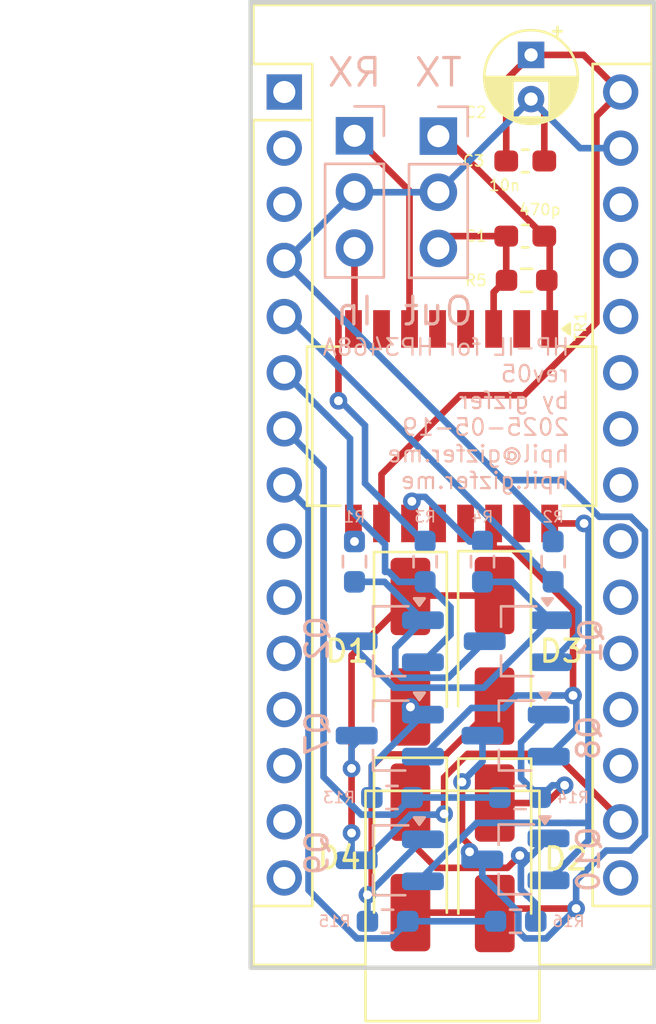
<source format=kicad_pcb>
(kicad_pcb (version 20241229) (generator "pcbnew") (generator_version "9.0")
  (title_block (title "HP-IL for HP3468A") (date "2025-05-19") (rev "05") (company "gizfer") (comment 1 "hpil@gizfer.me") (comment 2 "hpil.gizfer.me"))
  (layers (0 "F.Cu" signal) (2 "B.Cu" signal) (13 "F.Paste" user) (15 "B.Paste" user) (5 "F.SilkS" user "F.Silkscreen") (7 "B.SilkS" user "B.Silkscreen") (1 "F.Mask" user) (3 "B.Mask" user) (25 "Edge.Cuts" user))
  (net 0 "")
  (net 1 "VCC")
  (net 3 "GND")
  (net 6 "Net-(A1-D2)")
  (net 7 "Net-(A1-D3)")
  (net 27 "Net-(Q1-B)")
  (net 31 "Net-(J1-Pin_1)")
  (net 32 "Net-(J1-Pin_3)")
  (net 33 "Net-(J2-Pin_1)")
  (net 34 "Net-(J2-Pin_3)")
  (net 35 "Net-(Q1-C)")
  (net 36 "Net-(TR1-RX+)")
  (net 37 "Net-(TR1-RX-)")
  (net 38 "/H_bridge/PIN_1")
  (net 39 "/H_bridge/PIN_0")
  (net 40 "/H_bridge/OUT_1")
  (net 41 "/H_bridge/OUT_0")
  (net 42 "atmega328P_3V3")
  (net 43 "Net-(D1-A)")
  (net 44 "Net-(D2-K)")
  (net 45 "Net-(D3-A)")
  (net 46 "Net-(D4-K)")
  (footprint "Capacitor_THT:CP_Radial_D4.0mm_P2.00mm" (layer "F.Cu") (at 44.2 28.8 -90)
    (property "Reference" "C2" (at 2.6 2.5 0) (layer "F.SilkS") (effects (font (size 0.5 0.5) (thickness 0.075))))
    (property "Value" "10uF")
    (pad "1" thru_hole rect (at 0 0 270) (size 1.2 1.2) (drill 0.6) (layers "*.Cu" "*.Mask") (net 1 "VCC"))
    (pad "2" thru_hole circle (at 2 0 270) (size 1.2 1.2) (drill 0.6) (layers "*.Cu" "*.Mask") (net 3 "GND"))
  )
  (footprint "Diode_SMD:D_SMA_Handsoldering" (layer "F.Cu") (at 38.735 55.8038 -90)
    (property "Reference" "D1" (at -0.0254 2.8702 180) (layer "F.SilkS"))
    (property "Value" "SS14 (5819)")
    (pad "1" smd roundrect (at -2.5 0 270) (size 3.5 1.8) (layers "F.Cu" "F.Mask" "F.Paste") (roundrect_rratio 0.1388888889) (net 42 "atmega328P_3V3"))
    (pad "2" smd roundrect (at 2.5 0 270) (size 3.5 1.8) (layers "F.Cu" "F.Mask" "F.Paste") (roundrect_rratio 0.1388888889) (net 43 "Net-(D1-A)"))
  )
  (footprint "Diode_SMD:D_SMA_Handsoldering" (layer "F.Cu") (at 42.555 65.151 -90)
    (property "Reference" "D2" (at 0.0254 -3.2158 180) (layer "F.SilkS"))
    (property "Value" "SS14 (5819)")
    (pad "1" smd roundrect (at -2.5 0 270) (size 3.5 1.8) (layers "F.Cu" "F.Mask" "F.Paste") (roundrect_rratio 0.1388888889) (net 44 "Net-(D2-K)"))
    (pad "2" smd roundrect (at 2.5 0 270) (size 3.5 1.8) (layers "F.Cu" "F.Mask" "F.Paste") (roundrect_rratio 0.1388888889) (net 3 "GND"))
  )
  (footprint "Transformer_SMD:Transformer_Ethernet_Bourns_PT61017PEL" (layer "F.Cu") (at 40.6 45.6 -90)
    (property "Reference" "TR1" (at -4.527 -5.842 270) (layer "F.SilkS") (effects (font (size 0.5 0.5) (thickness 0.075))))
    (property "Value" "PT61017PEL")
    (pad "1" smd rect (at -4.4 -4.445 270) (size 1.7 0.76) (layers "F.Cu" "F.Mask" "F.Paste") (net 33 "Net-(J2-Pin_1)"))
    (pad "2" smd rect (at -4.4 -3.175 270) (size 1.7 0.76) (layers "F.Cu" "F.Mask" "F.Paste"))
    (pad "3" smd rect (at -4.4 -1.905 270) (size 1.7 0.76) (layers "F.Cu" "F.Mask" "F.Paste") (net 34 "Net-(J2-Pin_3)"))
    (pad "4" smd rect (at -4.4 -0.635 270) (size 1.7 0.76) (layers "F.Cu" "F.Mask" "F.Paste"))
    (pad "5" smd rect (at -4.4 0.635 270) (size 1.7 0.76) (layers "F.Cu" "F.Mask" "F.Paste"))
    (pad "6" smd rect (at -4.4 1.905 270) (size 1.7 0.76) (layers "F.Cu" "F.Mask" "F.Paste") (net 31 "Net-(J1-Pin_1)"))
    (pad "7" smd rect (at -4.4 3.175 270) (size 1.7 0.76) (layers "F.Cu" "F.Mask" "F.Paste"))
    (pad "8" smd rect (at -4.4 4.445 270) (size 1.7 0.76) (layers "F.Cu" "F.Mask" "F.Paste") (net 32 "Net-(J1-Pin_3)"))
    (pad "9" smd rect (at 4.4 4.445 270) (size 1.7 0.76) (layers "F.Cu" "F.Mask" "F.Paste") (net 37 "Net-(TR1-RX-)"))
    (pad "10" smd rect (at 4.4 3.175 270) (size 1.7 0.76) (layers "F.Cu" "F.Mask" "F.Paste") (net 1 "VCC"))
    (pad "11" smd rect (at 4.4 1.905 270) (size 1.7 0.76) (layers "F.Cu" "F.Mask" "F.Paste") (net 36 "Net-(TR1-RX+)"))
    (pad "12" smd rect (at 4.4 0.635 270) (size 1.7 0.76) (layers "F.Cu" "F.Mask" "F.Paste"))
    (pad "13" smd rect (at 4.4 -0.635 270) (size 1.7 0.76) (layers "F.Cu" "F.Mask" "F.Paste"))
    (pad "14" smd rect (at 4.4 -1.905 270) (size 1.7 0.76) (layers "F.Cu" "F.Mask" "F.Paste") (net 40 "/H_bridge/OUT_1"))
    (pad "15" smd rect (at 4.4 -3.175 270) (size 1.7 0.76) (layers "F.Cu" "F.Mask" "F.Paste"))
    (pad "16" smd rect (at 4.4 -4.445 270) (size 1.7 0.76) (layers "F.Cu" "F.Mask" "F.Paste") (net 41 "/H_bridge/OUT_0"))
  )
  (footprint "Resistor_SMD:R_0603_1608Metric_Pad0.98x0.95mm_HandSolder" (layer "F.Cu") (at 44 39 180)
    (property "Reference" "R5" (at 2.3 0 180) (layer "F.SilkS") (effects (font (size 0.5 0.5) (thickness 0.075))))
    (property "Value" "47")
    (pad "1" smd roundrect (at -0.9125 0 180) (size 0.975 0.95) (layers "F.Cu" "F.Mask" "F.Paste") (net 33 "Net-(J2-Pin_1)"))
    (pad "2" smd roundrect (at 0.9125 0 180) (size 0.975 0.95) (layers "F.Cu" "F.Mask" "F.Paste") (net 34 "Net-(J2-Pin_3)"))
  )
  (footprint "Diode_SMD:D_SMA_Handsoldering" (layer "F.Cu") (at 38.735 65.111 -90)
    (property "Reference" "D4" (at 0.0146 3.2258 180) (layer "F.SilkS"))
    (property "Value" "SS14 (5819)")
    (pad "1" smd roundrect (at -2.5 0 270) (size 3.5 1.8) (layers "F.Cu" "F.Mask" "F.Paste") (roundrect_rratio 0.1388888889) (net 46 "Net-(D4-K)"))
    (pad "2" smd roundrect (at 2.5 0 270) (size 3.5 1.8) (layers "F.Cu" "F.Mask" "F.Paste") (roundrect_rratio 0.1388888889) (net 3 "GND"))
  )
  (footprint "Capacitor_SMD:C_0603_1608Metric_Pad1.08x0.95mm_HandSolder" (layer "F.Cu") (at 43.9375 37)
    (property "Reference" "C1" (at -2.2375 0 0) (layer "F.SilkS") (effects (font (size 0.5 0.5) (thickness 0.075))))
    (property "Value" "470p" (at 0.6625 -1.2 0) (layer "F.SilkS") (effects (font (size 0.5 0.5) (thickness 0.075))))
    (pad "1" smd roundrect (at -0.8625 0) (size 1.075 0.95) (layers "F.Cu" "F.Mask" "F.Paste") (net 34 "Net-(J2-Pin_3)"))
    (pad "2" smd roundrect (at 0.8625 0) (size 1.075 0.95) (layers "F.Cu" "F.Mask" "F.Paste") (net 33 "Net-(J2-Pin_1)"))
  )
  (footprint "Module:Arduino_Nano" (layer "F.Cu") (at 33.02 30.48)
    (property "Reference" "A1" (hide yes))
    (property "Value" "Arduino_Nano_v3.x" (hide yes))
    (pad "1" thru_hole rect (at 0 0) (size 1.6 1.6) (drill 1) (layers "*.Cu" "*.Mask"))
    (pad "2" thru_hole oval (at 0 2.54) (size 1.6 1.6) (drill 1) (layers "*.Cu" "*.Mask"))
    (pad "3" thru_hole oval (at 0 5.08) (size 1.6 1.6) (drill 1) (layers "*.Cu" "*.Mask"))
    (pad "4" thru_hole oval (at 0 7.62) (size 1.6 1.6) (drill 1) (layers "*.Cu" "*.Mask") (net 3 "GND"))
    (pad "5" thru_hole oval (at 0 10.16) (size 1.6 1.6) (drill 1) (layers "*.Cu" "*.Mask") (net 6 "Net-(A1-D2)"))
    (pad "6" thru_hole oval (at 0 12.7) (size 1.6 1.6) (drill 1) (layers "*.Cu" "*.Mask") (net 7 "Net-(A1-D3)"))
    (pad "7" thru_hole oval (at 0 15.24) (size 1.6 1.6) (drill 1) (layers "*.Cu" "*.Mask") (net 38 "/H_bridge/PIN_1"))
    (pad "8" thru_hole oval (at 0 17.78) (size 1.6 1.6) (drill 1) (layers "*.Cu" "*.Mask") (net 39 "/H_bridge/PIN_0"))
    (pad "9" thru_hole oval (at 0 20.32) (size 1.6 1.6) (drill 1) (layers "*.Cu" "*.Mask"))
    (pad "10" thru_hole oval (at 0 22.86) (size 1.6 1.6) (drill 1) (layers "*.Cu" "*.Mask"))
    (pad "11" thru_hole oval (at 0 25.4) (size 1.6 1.6) (drill 1) (layers "*.Cu" "*.Mask"))
    (pad "12" thru_hole oval (at 0 27.94) (size 1.6 1.6) (drill 1) (layers "*.Cu" "*.Mask"))
    (pad "13" thru_hole oval (at 0 30.48) (size 1.6 1.6) (drill 1) (layers "*.Cu" "*.Mask"))
    (pad "14" thru_hole oval (at 0 33.02) (size 1.6 1.6) (drill 1) (layers "*.Cu" "*.Mask"))
    (pad "15" thru_hole oval (at 0 35.56) (size 1.6 1.6) (drill 1) (layers "*.Cu" "*.Mask"))
    (pad "16" thru_hole oval (at 15.24 35.56) (size 1.6 1.6) (drill 1) (layers "*.Cu" "*.Mask"))
    (pad "17" thru_hole oval (at 15.24 33.02) (size 1.6 1.6) (drill 1) (layers "*.Cu" "*.Mask") (net 42 "atmega328P_3V3"))
    (pad "18" thru_hole oval (at 15.24 30.48) (size 1.6 1.6) (drill 1) (layers "*.Cu" "*.Mask"))
    (pad "19" thru_hole oval (at 15.24 27.94) (size 1.6 1.6) (drill 1) (layers "*.Cu" "*.Mask"))
    (pad "20" thru_hole oval (at 15.24 25.4) (size 1.6 1.6) (drill 1) (layers "*.Cu" "*.Mask"))
    (pad "21" thru_hole oval (at 15.24 22.86) (size 1.6 1.6) (drill 1) (layers "*.Cu" "*.Mask"))
    (pad "22" thru_hole oval (at 15.24 20.32) (size 1.6 1.6) (drill 1) (layers "*.Cu" "*.Mask"))
    (pad "23" thru_hole oval (at 15.24 17.78) (size 1.6 1.6) (drill 1) (layers "*.Cu" "*.Mask"))
    (pad "24" thru_hole oval (at 15.24 15.24) (size 1.6 1.6) (drill 1) (layers "*.Cu" "*.Mask"))
    (pad "25" thru_hole oval (at 15.24 12.7) (size 1.6 1.6) (drill 1) (layers "*.Cu" "*.Mask"))
    (pad "26" thru_hole oval (at 15.24 10.16) (size 1.6 1.6) (drill 1) (layers "*.Cu" "*.Mask"))
    (pad "27" thru_hole oval (at 15.24 7.62) (size 1.6 1.6) (drill 1) (layers "*.Cu" "*.Mask"))
    (pad "28" thru_hole oval (at 15.24 5.08) (size 1.6 1.6) (drill 1) (layers "*.Cu" "*.Mask"))
    (pad "29" thru_hole oval (at 15.24 2.54) (size 1.6 1.6) (drill 1) (layers "*.Cu" "*.Mask") (net 3 "GND"))
    (pad "30" thru_hole oval (at 15.24 0) (size 1.6 1.6) (drill 1) (layers "*.Cu" "*.Mask") (net 1 "VCC"))
  )
  (footprint "Capacitor_SMD:C_0603_1608Metric_Pad1.08x0.95mm_HandSolder" (layer "F.Cu") (at 43.9375 33.6)
    (property "Reference" "C3" (at -2.3375 0 0) (layer "F.SilkS") (effects (font (size 0.5 0.5) (thickness 0.075))))
    (property "Value" "10n" (at -0.9375 1.1 0) (layer "F.SilkS") (effects (font (size 0.5 0.5) (thickness 0.075))))
    (pad "1" smd roundrect (at -0.8625 0) (size 1.075 0.95) (layers "F.Cu" "F.Mask" "F.Paste") (net 1 "VCC"))
    (pad "2" smd roundrect (at 0.8625 0) (size 1.075 0.95) (layers "F.Cu" "F.Mask" "F.Paste") (net 3 "GND"))
  )
  (footprint "Diode_SMD:D_SMA_Handsoldering" (layer "F.Cu") (at 42.545 55.7638 -90)
    (property "Reference" "D3" (at 0.0146 -3.0226 180) (layer "F.SilkS"))
    (property "Value" "SS14 (5819)")
    (pad "1" smd roundrect (at -2.5 0 270) (size 3.5 1.8) (layers "F.Cu" "F.Mask" "F.Paste") (roundrect_rratio 0.1388888889) (net 42 "atmega328P_3V3"))
    (pad "2" smd roundrect (at 2.5 0 270) (size 3.5 1.8) (layers "F.Cu" "F.Mask" "F.Paste") (roundrect_rratio 0.1388888889) (net 45 "Net-(D3-A)"))
  )
  (footprint "custom:SOT-23_Handsoldering_(3904_1AM)(3906_2A)" (layer "B.Cu") (at 37.8 59.6 180)
    (property "Reference" "Q7" (at 3.3 0.1 270) (layer "B.SilkS") (effects (justify mirror)))
    (property "Value" "1AM (2N3904)")
    (pad "1" smd roundrect (at -1.5 -0.95 180) (size 1.9 0.8) (layers "B.Cu" "B.Mask" "B.Paste") (net 40 "/H_bridge/OUT_1"))
    (pad "2" smd roundrect (at -1.5 0.95 180) (size 1.9 0.8) (layers "B.Cu" "B.Mask" "B.Paste") (net 43 "Net-(D1-A)"))
    (pad "3" smd roundrect (at 1.5 0 180) (size 1.9 0.8) (layers "B.Cu" "B.Mask" "B.Paste") (net 42 "atmega328P_3V3"))
  )
  (footprint "Resistor_SMD:R_0603_1608Metric_Pad0.98x0.95mm_HandSolder" (layer "B.Cu") (at 37.9 62.4 180)
    (property "Reference" "R13" (at 2.4 0 0) (layer "B.SilkS") (effects (font (size 0.5 0.5) (thickness 0.075)) (justify mirror)))
    (property "Value" "220")
    (pad "1" smd roundrect (at -0.9125 0 180) (size 0.975 0.95) (layers "B.Cu" "B.Mask" "B.Paste") (net 38 "/H_bridge/PIN_1"))
    (pad "2" smd roundrect (at 0.9125 0 180) (size 0.975 0.95) (layers "B.Cu" "B.Mask" "B.Paste") (net 43 "Net-(D1-A)"))
  )
  (footprint "custom:SOT-23_Handsoldering_(5401_2L)" (layer "B.Cu") (at 37.8 55.3295 180)
    (property "Reference" "Q2" (at 3.3 0.1295 90) (layer "B.SilkS") (effects (justify mirror)))
    (property "Value" "2L (2N5401)")
    (pad "1" smd roundrect (at 1.5 0 180) (size 1.9 0.8) (layers "B.Cu" "B.Mask" "B.Paste") (net 27 "Net-(Q1-B)"))
    (pad "2" smd roundrect (at -1.5 0.95 180) (size 1.9 0.8) (layers "B.Cu" "B.Mask" "B.Paste") (net 35 "Net-(Q1-C)"))
    (pad "3" smd roundrect (at -1.5 -0.95 180) (size 1.9 0.8) (layers "B.Cu" "B.Mask" "B.Paste") (net 7 "Net-(A1-D3)"))
  )
  (footprint "Connector_PinHeader_2.54mm:PinHeader_1x03_P2.54mm_Vertical" (layer "B.Cu") (at 40 32.475 180)
    (property "Reference" "J2" (hide yes))
    (property "Value" "Conn_01x03_Socket")
    (pad "1" thru_hole rect (at 0 0 180) (size 1.7 1.7) (drill 1) (layers "*.Cu" "*.Mask") (net 33 "Net-(J2-Pin_1)"))
    (pad "2" thru_hole oval (at 0 -2.54 180) (size 1.7 1.7) (drill 1) (layers "*.Cu" "*.Mask") (net 3 "GND"))
    (pad "3" thru_hole oval (at 0 -5.08 180) (size 1.7 1.7) (drill 1) (layers "*.Cu" "*.Mask") (net 34 "Net-(J2-Pin_3)"))
  )
  (footprint "Resistor_SMD:R_0603_1608Metric_Pad0.98x0.95mm_HandSolder" (layer "B.Cu") (at 45.2 51.7295 -90)
    (property "Reference" "R2" (at -2.0295 0 0) (layer "B.SilkS") (effects (font (size 0.5 0.5) (thickness 0.075)) (justify mirror)))
    (property "Value" "1k")
    (pad "1" smd roundrect (at -0.9125 0 270) (size 0.975 0.95) (layers "B.Cu" "B.Mask" "B.Paste") (net 3 "GND"))
    (pad "2" smd roundrect (at 0.9125 0 270) (size 0.975 0.95) (layers "B.Cu" "B.Mask" "B.Paste") (net 6 "Net-(A1-D2)"))
  )
  (footprint "custom:SOT-23_Handsoldering_(5401_2L)" (layer "B.Cu") (at 43.6 55.3295 180)
    (property "Reference" "Q1" (at -3.3 0.0295 270) (layer "B.SilkS") (effects (justify mirror)))
    (property "Value" "2L (2N5401)")
    (pad "1" smd roundrect (at 1.5 0 180) (size 1.9 0.8) (layers "B.Cu" "B.Mask" "B.Paste") (net 35 "Net-(Q1-C)"))
    (pad "2" smd roundrect (at -1.5 0.95 180) (size 1.9 0.8) (layers "B.Cu" "B.Mask" "B.Paste") (net 27 "Net-(Q1-B)"))
    (pad "3" smd roundrect (at -1.5 -0.95 180) (size 1.9 0.8) (layers "B.Cu" "B.Mask" "B.Paste") (net 6 "Net-(A1-D2)"))
  )
  (footprint "Resistor_SMD:R_0603_1608Metric_Pad0.98x0.95mm_HandSolder" (layer "B.Cu") (at 36.2 51.7295 -90)
    (property "Reference" "R1" (at -2.0295 0 0) (layer "B.SilkS") (effects (font (size 0.5 0.5) (thickness 0.075)) (justify mirror)))
    (property "Value" "47")
    (pad "1" smd roundrect (at -0.9125 0 270) (size 0.975 0.95) (layers "B.Cu" "B.Mask" "B.Paste") (net 37 "Net-(TR1-RX-)"))
    (pad "2" smd roundrect (at 0.9125 0 270) (size 0.975 0.95) (layers "B.Cu" "B.Mask" "B.Paste") (net 35 "Net-(Q1-C)"))
  )
  (footprint "Resistor_SMD:R_0603_1608Metric_Pad0.98x0.95mm_HandSolder" (layer "B.Cu") (at 43.7 62.4)
    (property "Reference" "R14" (at 2.4 0 0) (layer "B.SilkS") (effects (font (size 0.5 0.5) (thickness 0.075)) (justify mirror)))
    (property "Value" "220")
    (pad "1" smd roundrect (at -0.9125 0) (size 0.975 0.95) (layers "B.Cu" "B.Mask" "B.Paste") (net 38 "/H_bridge/PIN_1"))
    (pad "2" smd roundrect (at 0.9125 0) (size 0.975 0.95) (layers "B.Cu" "B.Mask" "B.Paste") (net 44 "Net-(D2-K)"))
  )
  (footprint "custom:SOT-23_Handsoldering_(3904_1AM)(3906_2A)" (layer "B.Cu") (at 37.8 65.242 180)
    (property "Reference" "Q9" (at 3.3 0.342 90) (layer "B.SilkS") (effects (justify mirror)))
    (property "Value" "1AM (2N3904)")
    (pad "1" smd roundrect (at -1.5 -0.95 180) (size 1.9 0.8) (layers "B.Cu" "B.Mask" "B.Paste") (net 41 "/H_bridge/OUT_0"))
    (pad "2" smd roundrect (at -1.5 0.95 180) (size 1.9 0.8) (layers "B.Cu" "B.Mask" "B.Paste") (net 45 "Net-(D3-A)"))
    (pad "3" smd roundrect (at 1.5 0 180) (size 1.9 0.8) (layers "B.Cu" "B.Mask" "B.Paste") (net 42 "atmega328P_3V3"))
  )
  (footprint "Connector_PinHeader_2.54mm:PinHeader_1x03_P2.54mm_Vertical" (layer "B.Cu") (at 36.2 32.46 180)
    (property "Reference" "J1" (hide yes))
    (property "Value" "Conn_01x03_Socket")
    (pad "1" thru_hole rect (at 0 0 180) (size 1.7 1.7) (drill 1) (layers "*.Cu" "*.Mask") (net 31 "Net-(J1-Pin_1)"))
    (pad "2" thru_hole oval (at 0 -2.54 180) (size 1.7 1.7) (drill 1) (layers "*.Cu" "*.Mask") (net 3 "GND"))
    (pad "3" thru_hole oval (at 0 -5.08 180) (size 1.7 1.7) (drill 1) (layers "*.Cu" "*.Mask") (net 32 "Net-(J1-Pin_3)"))
  )
  (footprint "Resistor_SMD:R_0603_1608Metric_Pad0.98x0.95mm_HandSolder" (layer "B.Cu") (at 39.4 51.7295 90)
    (property "Reference" "R3" (at 2.0295 0 0) (layer "B.SilkS") (effects (font (size 0.5 0.5) (thickness 0.075)) (justify mirror)))
    (property "Value" "1k")
    (pad "1" smd roundrect (at -0.9125 0 90) (size 0.975 0.95) (layers "B.Cu" "B.Mask" "B.Paste") (net 7 "Net-(A1-D3)"))
    (pad "2" smd roundrect (at 0.9125 0 90) (size 0.975 0.95) (layers "B.Cu" "B.Mask" "B.Paste") (net 3 "GND"))
  )
  (footprint "custom:SOT-23_Handsoldering_(3904_1AM)(3906_2A)" (layer "B.Cu") (at 43.491 65.2 180)
    (property "Reference" "Q10" (at -3.309 0 270) (layer "B.SilkS") (effects (justify mirror)))
    (property "Value" "2A (2N3906)")
    (pad "1" smd roundrect (at -1.5 -0.95 180) (size 1.9 0.8) (layers "B.Cu" "B.Mask" "B.Paste") (net 41 "/H_bridge/OUT_0"))
    (pad "2" smd roundrect (at -1.5 0.95 180) (size 1.9 0.8) (layers "B.Cu" "B.Mask" "B.Paste") (net 46 "Net-(D4-K)"))
    (pad "3" smd roundrect (at 1.5 0 180) (size 1.9 0.8) (layers "B.Cu" "B.Mask" "B.Paste") (net 3 "GND"))
  )
  (footprint "Resistor_SMD:R_0603_1608Metric_Pad0.98x0.95mm_HandSolder" (layer "B.Cu") (at 37.7 68 180)
    (property "Reference" "R15" (at 2.4 0 0) (layer "B.SilkS") (effects (font (size 0.5 0.5) (thickness 0.075)) (justify mirror)))
    (property "Value" "220")
    (pad "1" smd roundrect (at -0.9125 0 180) (size 0.975 0.95) (layers "B.Cu" "B.Mask" "B.Paste") (net 39 "/H_bridge/PIN_0"))
    (pad "2" smd roundrect (at 0.9125 0 180) (size 0.975 0.95) (layers "B.Cu" "B.Mask" "B.Paste") (net 45 "Net-(D3-A)"))
  )
  (footprint "custom:SOT-23_Handsoldering_(3904_1AM)(3906_2A)" (layer "B.Cu") (at 43.5 59.6 180)
    (property "Reference" "Q8" (at -3.3 -0.1 270) (layer "B.SilkS") (effects (justify mirror)))
    (property "Value" "2A (2N3906)")
    (pad "1" smd roundrect (at -1.5 -0.95 180) (size 1.9 0.8) (layers "B.Cu" "B.Mask" "B.Paste") (net 40 "/H_bridge/OUT_1"))
    (pad "2" smd roundrect (at -1.5 0.95 180) (size 1.9 0.8) (layers "B.Cu" "B.Mask" "B.Paste") (net 44 "Net-(D2-K)"))
    (pad "3" smd roundrect (at 1.5 0 180) (size 1.9 0.8) (layers "B.Cu" "B.Mask" "B.Paste") (net 3 "GND"))
  )
  (footprint "Resistor_SMD:R_0603_1608Metric_Pad0.98x0.95mm_HandSolder" (layer "B.Cu") (at 43.5 68)
    (property "Reference" "R16" (at 2.4 0 0) (layer "B.SilkS") (effects (font (size 0.5 0.5) (thickness 0.075)) (justify mirror)))
    (property "Value" "220")
    (pad "1" smd roundrect (at -0.9125 0) (size 0.975 0.95) (layers "B.Cu" "B.Mask" "B.Paste") (net 39 "/H_bridge/PIN_0"))
    (pad "2" smd roundrect (at 0.9125 0) (size 0.975 0.95) (layers "B.Cu" "B.Mask" "B.Paste") (net 46 "Net-(D4-K)"))
  )
  (footprint "Resistor_SMD:R_0603_1608Metric_Pad0.98x0.95mm_HandSolder" (layer "B.Cu") (at 42 51.7295 -90)
    (property "Reference" "R4" (at -2.0295 0 0) (layer "B.SilkS") (effects (font (size 0.5 0.5) (thickness 0.075)) (justify mirror)))
    (property "Value" "47")
    (pad "1" smd roundrect (at -0.9125 0 270) (size 0.975 0.95) (layers "B.Cu" "B.Mask" "B.Paste") (net 36 "Net-(TR1-RX+)"))
    (pad "2" smd roundrect (at 0.9125 0 270) (size 0.975 0.95) (layers "B.Cu" "B.Mask" "B.Paste") (net 27 "Net-(Q1-B)"))
  )
  (gr_rect (start 31.496 26.416) (end 49.784 70.104) (stroke (width 0.2)) (fill no) (layer "Edge.Cuts"))
  (gr_text "Out" (at 40 40.4 0) (layer "B.SilkS") (effects (font (size 1.25 1.25)) (justify mirror)))
  (gr_text "In" (at 36.2 40.4 0) (layer "B.SilkS") (effects (font (size 1.25 1.25)) (justify mirror)))
  (gr_text "TX" (at 40 29.6 0) (layer "B.SilkS") (effects (font (size 1.25 1.25)) (justify mirror)))
  (gr_text "RX" (at 36.2 29.6 0) (layer "B.SilkS") (effects (font (size 1.25 1.25)) (justify mirror)))
  (gr_text "${TITLE} \nrev${REVISION}\nby ${COMPANY} \n${ISSUE_DATE} \n${COMMENT1}\n${COMMENT2}" (at 46 48.5 0) (layer "B.SilkS") (effects (font (size 0.75 0.75) (thickness 0.1)) (justify left bottom mirror)))
  (segment (start 43.075 29.925) (end 44.2 28.8) (width 0.3) (layer "F.Cu") (net 1))
  (segment (start 43.877 44.2) (end 41 44.2) (width 0.3) (layer "F.Cu") (net 1))
  (segment (start 47.159 40.918) (end 43.877 44.2) (width 0.3) (layer "F.Cu") (net 1))
  (segment (start 47.159 31.581) (end 47.159 40.918) (width 0.3) (layer "F.Cu") (net 1))
  (segment (start 48.26 30.48) (end 47.159 31.581) (width 0.3) (layer "F.Cu") (net 1))
  (segment (start 41 44.2) (end 37.425 47.775) (width 0.3) (layer "F.Cu") (net 1))
  (segment (start 37.425 47.775) (end 37.425 50) (width 0.3) (layer "F.Cu") (net 1))
  (segment (start 44.2 28.8) (end 46.58 28.8) (width 0.3) (layer "F.Cu") (net 1))
  (segment (start 46.58 28.8) (end 48.26 30.48) (width 0.3) (layer "F.Cu") (net 1))
  (segment (start 43.075 33.6) (end 43.075 29.925) (width 0.3) (layer "F.Cu") (net 1))
  (segment (start 44.8 31.4) (end 44.2 30.8) (width 0.3) (layer "F.Cu") (net 3))
  (segment (start 41.414375 64.555175) (end 41.414375 64.858575) (width 0.3) (layer "F.Cu") (net 3))
  (segment (start 35.474 40.554) (end 33.02 38.1) (width 0.3) (layer "F.Cu") (net 3))
  (segment (start 41.0718 61.7) (end 41.0718 64.2126) (width 0.3) (layer "F.Cu") (net 3))
  (segment (start 42.779866 67.426134) (end 46.242 67.426134) (width 0.3) (layer "F.Cu") (net 3))
  (segment (start 41.0718 64.2126) (end 41.414375 64.555175) (width 0.3) (layer "F.Cu") (net 3))
  (segment (start 44.8 33.6) (end 44.8 31.4) (width 0.3) (layer "F.Cu") (net 3))
  (segment (start 35.474 44.45) (end 35.474 40.554) (width 0.3) (layer "F.Cu") (net 3))
  (segment (start 38.735 67.611) (end 42.515 67.611) (width 0.3) (layer "F.Cu") (net 3))
  (via (at 41.0718 61.7) (size 0.8) (drill 0.4) (layers "F.Cu" "B.Cu") (net 3))
  (via (at 46.242 67.426134) (size 0.8) (drill 0.4) (layers "F.Cu" "B.Cu") (net 3))
  (via (at 35.474 44.45) (size 0.8) (drill 0.4) (layers "F.Cu" "B.Cu") (net 3))
  (via (at 41.414375 64.858575) (size 0.8) (drill 0.4) (layers "F.Cu" "B.Cu") (net 3))
  (segment (start 45.2 50.817) (end 45.2 50.28) (width 0.3) (layer "B.Cu") (net 3))
  (segment (start 49.361 50.34395) (end 48.71605 49.699) (width 0.3) (layer "B.Cu") (net 3))
  (segment (start 40 35) (end 44.2 30.8) (width 0.3) (layer "B.Cu") (net 3))
  (segment (start 46.242 66.16295) (end 47.60495 64.8) (width 0.3) (layer "B.Cu") (net 3))
  (segment (start 42.96 48.04) (end 33.02 38.1) (width 0.3) (layer "B.Cu") (net 3))
  (segment (start 35.56 44.45) (end 35.474 44.45) (width 0.3) (layer "B.Cu") (net 3))
  (segment (start 49.361 64.139) (end 49.361 50.34395) (width 0.3) (layer "B.Cu") (net 3))
  (segment (start 48.26 33.02) (end 46.42 33.02) (width 0.3) (layer "B.Cu") (net 3))
  (segment (start 45.631364 48.04) (end 42.96 48.04) (width 0.3) (layer "B.Cu") (net 3))
  (segment (start 42 59.6) (end 42 60.7718) (width 0.3) (layer "B.Cu") (net 3))
  (segment (start 43.624 67.583859) (end 43.624 68.467134) (width 0.3) (layer "B.Cu") (net 3))
  (segment (start 39.3108 50.817) (end 36.6776 48.1838) (width 0.3) (layer "B.Cu") (net 3))
  (segment (start 36.6776 45.5676) (end 35.56 44.45) (width 0.3) (layer "B.Cu") (net 3))
  (segment (start 41.991 65.950859) (end 43.04 66.999859) (width 0.3) (layer "B.Cu") (net 3))
  (segment (start 36.6776 48.1838) (end 36.6776 45.5676) (width 0.3) (layer "B.Cu") (net 3))
  (segment (start 45.2 50.28) (end 42.96 48.04) (width 0.3) (layer "B.Cu") (net 3))
  (segment (start 47.290364 49.699) (end 45.631364 48.04) (width 0.3) (layer "B.Cu") (net 3))
  (segment (start 48.71605 49.699) (end 47.290364 49.699) (width 0.3) (layer "B.Cu") (net 3))
  (segment (start 36.415 35.015) (end 40 35.015) (width 0.3) (layer "B.Cu") (net 3))
  (segment (start 46.242 67.426134) (end 46.242 66.16295) (width 0.3) (layer "B.Cu") (net 3))
  (segment (start 43.932866 68.776) (end 44.892134 68.776) (width 0.3) (layer "B.Cu") (net 3))
  (segment (start 41.991 65.2) (end 41.991 65.950859) (width 0.3) (layer "B.Cu") (net 3))
  (segment (start 43.624 68.467134) (end 43.932866 68.776) (width 0.3) (layer "B.Cu") (net 3))
  (segment (start 46.42 33.02) (end 44.2 30.8) (width 0.3) (layer "B.Cu") (net 3))
  (segment (start 44.892134 68.776) (end 46.242 67.426134) (width 0.3) (layer "B.Cu") (net 3))
  (segment (start 47.60495 64.8) (end 48.7 64.8) (width 0.3) (layer "B.Cu") (net 3))
  (segment (start 42 60.7718) (end 41.0718 61.7) (width 0.3) (layer "B.Cu") (net 3))
  (segment (start 48.7 64.8) (end 49.361 64.139) (width 0.3) (layer "B.Cu") (net 3))
  (segment (start 36.2 35) (end 33.1 38.1) (width 0.3) (layer "B.Cu") (net 3))
  (segment (start 43.04 66.999859) (end 43.624 67.583859) (width 0.3) (layer "B.Cu") (net 3))
  (segment (start 46.351 55.0285) (end 45.1 56.2795) (width 0.3) (layer "B.Cu") (net 6))
  (segment (start 45.2 52.642) (end 33.198 40.64) (width 0.3) (layer "B.Cu") (net 6))
  (segment (start 33.198 40.64) (end 33.02 40.64) (width 0.3) (layer "B.Cu") (net 6))
  (segment (start 46.351 53.793) (end 46.351 55.0285) (width 0.3) (layer "B.Cu") (net 6))
  (segment (start 45.2 52.642) (end 46.351 53.793) (width 0.3) (layer "B.Cu") (net 6))
  (segment (start 39.4 52.642) (end 38.20031 52.642) (width 0.3) (layer "B.Cu") (net 7))
  (segment (start 37.586 50.947366) (end 36 49.361366) (width 0.3) (layer "B.Cu") (net 7))
  (segment (start 40.551 53.793) (end 40.551 55.0285) (width 0.3) (layer "B.Cu") (net 7))
  (segment (start 39.4 52.642) (end 40.551 53.793) (width 0.3) (layer "B.Cu") (net 7))
  (segment (start 40.551 55.0285) (end 39.3 56.2795) (width 0.3) (layer "B.Cu") (net 7))
  (segment (start 37.74931 52.191) (end 37.586 52.191) (width 0.3) (layer "B.Cu") (net 7))
  (segment (start 36 46.16) (end 33.02 43.18) (width 0.3) (layer "B.Cu") (net 7))
  (segment (start 36 49.361366) (end 36 46.16) (width 0.3) (layer "B.Cu") (net 7))
  (segment (start 37.586 52.191) (end 37.586 50.947366) (width 0.3) (layer "B.Cu") (net 7))
  (segment (start 38.20031 52.642) (end 37.74931 52.191) (width 0.3) (layer "B.Cu") (net 7))
  (segment (start 36.3 55.7295) (end 38.002 57.4315) (width 0.3) (layer "B.Cu") (net 27))
  (segment (start 43.3625 52.642) (end 45.1 54.3795) (width 0.3) (layer "B.Cu") (net 27))
  (segment (start 42.048 57.4315) (end 45.1 54.3795) (width 0.3) (layer "B.Cu") (net 27))
  (segment (start 42 52.642) (end 43.3625 52.642) (width 0.3) (layer "B.Cu") (net 27))
  (segment (start 38.002 57.4315) (end 42.048 57.4315) (width 0.3) (layer "B.Cu") (net 27))
  (segment (start 36.3 55.3295) (end 36.3 55.7295) (width 0.3) (layer "B.Cu") (net 27))
  (segment (start 36.2 32.46) (end 38.695 34.955) (width 0.3) (layer "F.Cu") (net 31))
  (segment (start 38.695 34.955) (end 38.695 41.2) (width 0.3) (layer "F.Cu") (net 31))
  (segment (start 36.2 37.54) (end 36.2 41.155) (width 0.3) (layer "F.Cu") (net 32))
  (segment (start 45.045 37.245) (end 45.045 41.2) (width 0.3) (layer "F.Cu") (net 33))
  (segment (start 44.8 37) (end 45.045 37.245) (width 0.3) (layer "F.Cu") (net 33))
  (segment (start 44.8 37) (end 40.275 32.475) (width 0.3) (layer "F.Cu") (net 33))
  (segment (start 40.555 37) (end 40 37.555) (width 0.3) (layer "F.Cu") (net 34))
  (segment (start 43.075 37) (end 40.555 37) (width 0.3) (layer "F.Cu") (net 34))
  (segment (start 43.075 38.967) (end 42.505 39.537) (width 0.3) (layer "F.Cu") (net 34))
  (segment (start 42.505 39.537) (end 42.505 41.2) (width 0.3) (layer "F.Cu") (net 34))
  (segment (start 43.075 37) (end 43.075 38.967) (width 0.3) (layer "F.Cu") (net 34))
  (segment (start 38.049 55.6305) (end 39.3 54.3795) (width 0.3) (layer "B.Cu") (net 35))
  (segment (start 42.1 55.3295) (end 40.449 56.9805) (width 0.3) (layer "B.Cu") (net 35))
  (segment (start 38.049 56.692564) (end 38.049 55.6305) (width 0.3) (layer "B.Cu") (net 35))
  (segment (start 38.336936 56.9805) (end 38.049 56.692564) (width 0.3) (layer "B.Cu") (net 35))
  (segment (start 37.5625 52.642) (end 39.3 54.3795) (width 0.3) (layer "B.Cu") (net 35))
  (segment (start 36.2 52.642) (end 37.5625 52.642) (width 0.3) (layer "B.Cu") (net 35))
  (segment (start 40.449 56.9805) (end 38.336936 56.9805) (width 0.3) (layer "B.Cu") (net 35))
  (segment (start 38.8 49) (end 38.8 49.895) (width 0.3) (layer "F.Cu") (net 36))
  (via (at 38.8 49) (size 0.8) (drill 0.4) (layers "F.Cu" "B.Cu") (net 36))
  (segment (start 38.8 49) (end 39 48.8) (width 0.3) (layer "B.Cu") (net 36))
  (segment (start 41.417 50.817) (end 42 50.817) (width 0.3) (layer "B.Cu") (net 36))
  (segment (start 39.4 48.8) (end 41.417 50.817) (width 0.3) (layer "B.Cu") (net 36))
  (segment (start 39 48.8) (end 39.4 48.8) (width 0.3) (layer "B.Cu") (net 36))
  (segment (start 36.155 50.772) (end 36.2 50.817) (width 0.3) (layer "F.Cu") (net 37))
  (segment (start 36.155 50) (end 36.155 50.772) (width 0.3) (layer "F.Cu") (net 37))
  (via (at 36.2 50.817) (size 0.8) (drill 0.4) (layers "F.Cu" "B.Cu") (net 37))
  (segment (start 42.7875 62.4) (end 38.8125 62.4) (width 0.3) (layer "B.Cu") (net 38))
  (segment (start 34.8 61.468134) (end 36.507866 63.176) (width 0.3) (layer "B.Cu") (net 38))
  (segment (start 33.02 45.72) (end 34.8 47.5) (width 0.3) (layer "B.Cu") (net 38))
  (segment (start 34.8 47.5) (end 34.8 61.468134) (width 0.3) (layer "B.Cu") (net 38))
  (segment (start 36.507866 63.176) (end 38.0365 63.176) (width 0.3) (layer "B.Cu") (net 38))
  (segment (start 38.0365 63.176) (end 38.8125 62.4) (width 0.3) (layer "B.Cu") (net 38))
  (segment (start 34.121 66.589134) (end 36.307866 68.776) (width 0.3) (layer "B.Cu") (net 39))
  (segment (start 33.02 48.26) (end 34.121 49.361) (width 0.3) (layer "B.Cu") (net 39))
  (segment (start 37.8365 68.776) (end 38.6125 68) (width 0.3) (layer "B.Cu") (net 39))
  (segment (start 42.5875 68) (end 38.6125 68) (width 0.3) (layer "B.Cu") (net 39))
  (segment (start 34.121 49.361) (end 34.121 66.589134) (width 0.3) (layer "B.Cu") (net 39))
  (segment (start 36.307866 68.776) (end 37.8365 68.776) (width 0.3) (layer "B.Cu") (net 39))
  (segment (start 42.505 50) (end 42.505 51.15) (width 0.3) (layer "F.Cu") (net 40))
  (segment (start 43.36736 51.15) (end 46.102001 53.884641) (width 0.3) (layer "F.Cu") (net 40))
  (segment (start 42.505 51.15) (end 43.36736 51.15) (width 0.3) (layer "F.Cu") (net 40))
  (segment (start 46.102001 53.884641) (end 46.102001 57.784693) (width 0.3) (layer "F.Cu") (net 40))
  (via (at 46.102001 57.784693) (size 0.8) (drill 0.4) (layers "F.Cu" "B.Cu") (net 40))
  (segment (start 45 60.55) (end 46.251 59.299) (width 0.3) (layer "B.Cu") (net 40))
  (segment (start 46.102001 57.784693) (end 43.5356 57.784693) (width 0.3) (layer "B.Cu") (net 40))
  (segment (start 42.970293 58.35) (end 41.5 58.35) (width 0.3) (layer "B.Cu") (net 40))
  (segment (start 41.5 58.35) (end 39.3 60.55) (width 0.3) (layer "B.Cu") (net 40))
  (segment (start 46.251 59.299) (end 46.251 57.933692) (width 0.3) (layer "B.Cu") (net 40))
  (segment (start 46.251 57.933692) (end 46.102001 57.784693) (width 0.3) (layer "B.Cu") (net 40))
  (segment (start 43.5356 57.784693) (end 42.970293 58.35) (width 0.3) (layer "B.Cu") (net 40))
  (segment (start 46.6 50) (end 45.045 50) (width 0.3) (layer "F.Cu") (net 41))
  (via (at 46.6 50) (size 0.8) (drill 0.4) (layers "F.Cu" "B.Cu") (net 41))
  (segment (start 41.733 63.55) (end 45.8 63.55) (width 0.3) (layer "B.Cu") (net 41))
  (segment (start 46.802 64.339) (end 46.802 63.55) (width 0.3) (layer "B.Cu") (net 41))
  (segment (start 44.991 66.15) (end 46.802 64.339) (width 0.3) (layer "B.Cu") (net 41))
  (segment (start 46.802 50.202) (end 46.6 50) (width 0.3) (layer "B.Cu") (net 41))
  (segment (start 45.953064 63.55) (end 45.954064 63.549) (width 0.3) (layer "B.Cu") (net 41))
  (segment (start 39.3 65.983) (end 41.733 63.55) (width 0.3) (layer "B.Cu") (net 41))
  (segment (start 46.802 63.55) (end 46.802 50.202) (width 0.3) (layer "B.Cu") (net 41))
  (segment (start 45.8 63.55) (end 46.802 63.55) (width 0.3) (layer "B.Cu") (net 41))
  (segment (start 46.242 64.899) (end 44.991 66.15) (width 0.3) (layer "B.Cu") (net 41))
  (segment (start 45.8 63.55) (end 45.953064 63.55) (width 0.3) (layer "B.Cu") (net 41))
  (segment (start 39.2468 53.2638) (end 42.545 53.2638) (width 0.3) (layer "F.Cu") (net 42))
  (segment (start 40.261775 63.147825) (end 40.261775 61.490625) (width 0.3) (layer "F.Cu") (net 42))
  (segment (start 41.3258 60.4266) (end 45.288964 60.4266) (width 0.3) (layer "F.Cu") (net 42))
  (segment (start 45.288964 60.4266) (end 48.26 63.397636) (width 0.3) (layer "F.Cu") (net 42))
  (segment (start 36.068 61.087) (end 36.068 64.008) (width 0.3) (layer "F.Cu") (net 42))
  (segment (start 36.068 61.087) (end 36.068 55.9708) (width 0.3) (layer "F.Cu") (net 42))
  (segment (start 40.261775 61.490625) (end 41.3258 60.4266) (width 0.3) (layer "F.Cu") (net 42))
  (segment (start 36.068 55.9708) (end 38.735 53.3038) (width 0.3) (layer "F.Cu") (net 42))
  (via (at 40.261775 63.147825) (size 0.8) (drill 0.4) (layers "F.Cu" "B.Cu") (net 42))
  (via (at 36.068 64.008) (size 0.8) (drill 0.4) (layers "F.Cu" "B.Cu") (net 42))
  (via (at 36.068 61.087) (size 0.8) (drill 0.4) (layers "F.Cu" "B.Cu") (net 42))
  (segment (start 36.3 59.6) (end 36.3 59.9) (width 0.3) (layer "B.Cu") (net 42))
  (segment (start 36.068 64.008) (end 36.068 65.01) (width 0.3) (layer "B.Cu") (net 42))
  (segment (start 40.2336 63.176) (end 38.751936 63.176) (width 0.3) (layer "B.Cu") (net 42))
  (segment (start 40.261775 63.147825) (end 40.2336 63.176) (width 0.3) (layer "B.Cu") (net 42))
  (segment (start 36.3 59.9) (end 36.068 60.132) (width 0.3) (layer "B.Cu") (net 42))
  (segment (start 38.751936 63.176) (end 36.685936 65.242) (width 0.3) (layer "B.Cu") (net 42))
  (segment (start 36.068 60.132) (end 36.068 61.087) (width 0.3) (layer "B.Cu") (net 42))
  (via (at 38.735 58.3038) (size 0.8) (drill 0.4) (layers "F.Cu" "B.Cu") (net 43))
  (segment (start 39.0812 58.65) (end 38.735 58.3038) (width 0.3) (layer "B.Cu") (net 43))
  (segment (start 36.9875 62.4) (end 36.9875 60.9625) (width 0.3) (layer "B.Cu") (net 43))
  (segment (start 36.9875 60.9625) (end 39.3 58.65) (width 0.3) (layer "B.Cu") (net 43))
  (segment (start 39.3 58.65) (end 39.0812 58.65) (width 0.3) (layer "B.Cu") (net 43))
  (segment (start 44.918 62.651) (end 45.72 61.849) (width 0.3) (layer "F.Cu") (net 44))
  (segment (start 42.555 62.651) (end 44.918 62.651) (width 0.3) (layer "F.Cu") (net 44))
  (via (at 45.72 61.849) (size 0.8) (drill 0.4) (layers "F.Cu" "B.Cu") (net 44))
  (segment (start 43.749 61.5365) (end 43.749 59.901) (width 0.3) (layer "B.Cu") (net 44))
  (segment (start 45.1635 61.849) (end 44.6125 62.4) (width 0.3) (layer "B.Cu") (net 44))
  (segment (start 43.749 59.901) (end 45 58.65) (width 0.3) (layer "B.Cu") (net 44))
  (segment (start 45.72 61.849) (end 45.1635 61.849) (width 0.3) (layer "B.Cu") (net 44))
  (segment (start 44.6125 62.4) (end 43.749 61.5365) (width 0.3) (layer "B.Cu") (net 44))
  (segment (start 36.7875 66.8045) (end 36.9824 66.6096) (width 0.3) (layer "F.Cu") (net 45))
  (segment (start 37.5158 60.452) (end 40.3568 60.452) (width 0.3) (layer "F.Cu") (net 45))
  (segment (start 40.3568 60.452) (end 42.545 58.2638) (width 0.3) (layer "F.Cu") (net 45))
  (segment (start 36.9824 60.9854) (end 37.5158 60.452) (width 0.3) (layer "F.Cu") (net 45))
  (segment (start 36.9824 66.6096) (end 36.9824 60.9854) (width 0.3) (layer "F.Cu") (net 45))
  (via (at 36.7875 66.8045) (size 0.8) (drill 0.4) (layers "F.Cu" "B.Cu") (net 45))
  (segment (start 36.7875 66.8045) (end 39.3 64.292) (width 0.3) (layer "B.Cu") (net 45))
  (segment (start 36.7875 68) (end 36.7875 66.8045) (width 0.3) (layer "B.Cu") (net 45))
  (segment (start 43.1292 65.5828) (end 43.688 65.024) (width 0.3) (layer "F.Cu") (net 46))
  (segment (start 38.735 64.4144) (end 39.9034 65.5828) (width 0.3) (layer "F.Cu") (net 46))
  (segment (start 39.9034 65.5828) (end 43.1292 65.5828) (width 0.3) (layer "F.Cu") (net 46))
  (segment (start 38.735 62.611) (end 38.735 64.4144) (width 0.3) (layer "F.Cu") (net 46))
  (via (at 43.688 65.024) (size 0.8) (drill 0.4) (layers "F.Cu" "B.Cu") (net 46))
  (segment (start 43.74 66.563064) (end 43.74 65.501) (width 0.3) (layer "B.Cu") (net 46))
  (segment (start 43.688 65.024) (end 44.217 65.024) (width 0.3) (layer "B.Cu") (net 46))
  (segment (start 44.4125 68) (end 44.4125 67.2125) (width 0.3) (layer "B.Cu") (net 46))
  (segment (start 44.217 65.024) (end 44.3335 64.9075) (width 0.3) (layer "B.Cu") (net 46))
  (segment (start 44.051 66.851) (end 44.027936 66.851) (width 0.3) (layer "B.Cu") (net 46))
  (segment (start 43.74 65.501) (end 44.3335 64.9075) (width 0.3) (layer "B.Cu") (net 46))
  (segment (start 44.3335 64.9075) (end 44.991 64.25) (width 0.3) (layer "B.Cu") (net 46))
  (segment (start 44.027936 66.851) (end 43.74 66.563064) (width 0.3) (layer "B.Cu") (net 46))
  (segment (start 44.4125 67.2125) (end 44.051 66.851) (width 0.3) (layer "B.Cu") (net 46))
)
</source>
